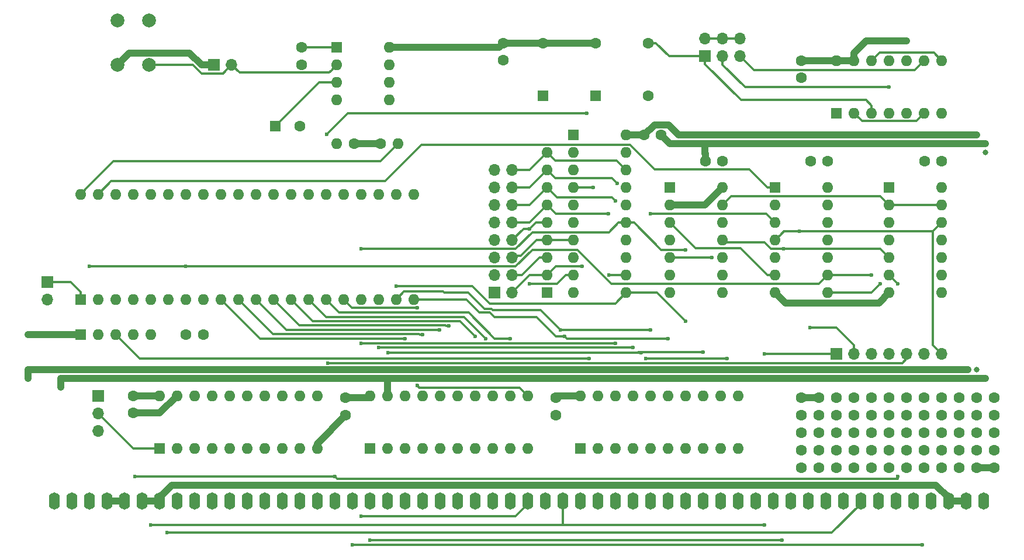
<source format=gtl>
G04 #@! TF.GenerationSoftware,KiCad,Pcbnew,(5.0.2)-1*
G04 #@! TF.CreationDate,2019-01-03T12:41:09+01:00*
G04 #@! TF.ProjectId,CPU6502,43505536-3530-4322-9e6b-696361645f70,rev?*
G04 #@! TF.SameCoordinates,Original*
G04 #@! TF.FileFunction,Copper,L1,Top*
G04 #@! TF.FilePolarity,Positive*
%FSLAX46Y46*%
G04 Gerber Fmt 4.6, Leading zero omitted, Abs format (unit mm)*
G04 Created by KiCad (PCBNEW (5.0.2)-1) date 03.01.2019 12:41:09*
%MOMM*%
%LPD*%
G01*
G04 APERTURE LIST*
G04 #@! TA.AperFunction,ComponentPad*
%ADD10C,1.600000*%
G04 #@! TD*
G04 #@! TA.AperFunction,ComponentPad*
%ADD11O,1.600000X2.500000*%
G04 #@! TD*
G04 #@! TA.AperFunction,ComponentPad*
%ADD12R,1.600000X1.600000*%
G04 #@! TD*
G04 #@! TA.AperFunction,ComponentPad*
%ADD13O,1.600000X1.600000*%
G04 #@! TD*
G04 #@! TA.AperFunction,ComponentPad*
%ADD14C,2.000000*%
G04 #@! TD*
G04 #@! TA.AperFunction,ComponentPad*
%ADD15R,1.700000X1.700000*%
G04 #@! TD*
G04 #@! TA.AperFunction,ComponentPad*
%ADD16O,1.700000X1.700000*%
G04 #@! TD*
G04 #@! TA.AperFunction,ViaPad*
%ADD17C,0.600000*%
G04 #@! TD*
G04 #@! TA.AperFunction,ViaPad*
%ADD18C,0.800000*%
G04 #@! TD*
G04 #@! TA.AperFunction,Conductor*
%ADD19C,0.300000*%
G04 #@! TD*
G04 #@! TA.AperFunction,Conductor*
%ADD20C,1.000000*%
G04 #@! TD*
G04 APERTURE END LIST*
D10*
G04 #@! TO.P,REF\002A\002A,1*
G04 #@! TO.N,GND*
X160337500Y-105727500D03*
G04 #@! TD*
G04 #@! TO.P,REF\002A\002A,1*
G04 #@! TO.N,N/C*
X160337500Y-98107500D03*
G04 #@! TD*
G04 #@! TO.P,REF\002A\002A,1*
G04 #@! TO.N,N/C*
X160337500Y-100647500D03*
G04 #@! TD*
G04 #@! TO.P,REF\002A\002A,1*
G04 #@! TO.N,N/C*
X160337500Y-103187500D03*
G04 #@! TD*
G04 #@! TO.P,REF\002A\002A,1*
G04 #@! TO.N,N/C*
X160337500Y-95567500D03*
G04 #@! TD*
G04 #@! TO.P,REF\002A\002A,1*
G04 #@! TO.N,N/C*
X157797500Y-100647500D03*
G04 #@! TD*
G04 #@! TO.P,REF\002A\002A,1*
G04 #@! TO.N,N/C*
X157797500Y-98107500D03*
G04 #@! TD*
G04 #@! TO.P,REF\002A\002A,1*
G04 #@! TO.N,N/C*
X157797500Y-95567500D03*
G04 #@! TD*
G04 #@! TO.P,REF\002A\002A,1*
G04 #@! TO.N,N/C*
X157797500Y-103187500D03*
G04 #@! TD*
G04 #@! TO.P,REF\002A\002A,1*
G04 #@! TO.N,GND*
X157797500Y-105727500D03*
G04 #@! TD*
G04 #@! TO.P,REF\002A\002A,1*
G04 #@! TO.N,N/C*
X155257500Y-100647500D03*
G04 #@! TD*
G04 #@! TO.P,REF\002A\002A,1*
G04 #@! TO.N,N/C*
X155257500Y-98107500D03*
G04 #@! TD*
G04 #@! TO.P,REF\002A\002A,1*
G04 #@! TO.N,N/C*
X155257500Y-95567500D03*
G04 #@! TD*
G04 #@! TO.P,REF\002A\002A,1*
G04 #@! TO.N,N/C*
X155257500Y-103187500D03*
G04 #@! TD*
G04 #@! TO.P,REF\002A\002A,1*
G04 #@! TO.N,N/C*
X155257500Y-105727500D03*
G04 #@! TD*
G04 #@! TO.P,REF\002A\002A,1*
G04 #@! TO.N,N/C*
X152717500Y-100647500D03*
G04 #@! TD*
G04 #@! TO.P,REF\002A\002A,1*
G04 #@! TO.N,N/C*
X152717500Y-98107500D03*
G04 #@! TD*
G04 #@! TO.P,REF\002A\002A,1*
G04 #@! TO.N,N/C*
X152717500Y-95567500D03*
G04 #@! TD*
G04 #@! TO.P,REF\002A\002A,1*
G04 #@! TO.N,N/C*
X152717500Y-103187500D03*
G04 #@! TD*
G04 #@! TO.P,REF\002A\002A,1*
G04 #@! TO.N,N/C*
X152717500Y-105727500D03*
G04 #@! TD*
G04 #@! TO.P,REF\002A\002A,1*
G04 #@! TO.N,N/C*
X150177500Y-100647500D03*
G04 #@! TD*
G04 #@! TO.P,REF\002A\002A,1*
G04 #@! TO.N,N/C*
X150177500Y-98107500D03*
G04 #@! TD*
G04 #@! TO.P,REF\002A\002A,1*
G04 #@! TO.N,N/C*
X150177500Y-95567500D03*
G04 #@! TD*
G04 #@! TO.P,REF\002A\002A,1*
G04 #@! TO.N,N/C*
X150177500Y-103187500D03*
G04 #@! TD*
G04 #@! TO.P,REF\002A\002A,1*
G04 #@! TO.N,N/C*
X150177500Y-105727500D03*
G04 #@! TD*
G04 #@! TO.P,REF\002A\002A,1*
G04 #@! TO.N,N/C*
X147637500Y-100647500D03*
G04 #@! TD*
G04 #@! TO.P,REF\002A\002A,1*
G04 #@! TO.N,N/C*
X147637500Y-98107500D03*
G04 #@! TD*
G04 #@! TO.P,REF\002A\002A,1*
G04 #@! TO.N,N/C*
X147637500Y-95567500D03*
G04 #@! TD*
G04 #@! TO.P,REF\002A\002A,1*
G04 #@! TO.N,N/C*
X147637500Y-103187500D03*
G04 #@! TD*
G04 #@! TO.P,REF\002A\002A,1*
G04 #@! TO.N,N/C*
X147637500Y-105727500D03*
G04 #@! TD*
G04 #@! TO.P,REF\002A\002A,1*
G04 #@! TO.N,N/C*
X145097500Y-100647500D03*
G04 #@! TD*
G04 #@! TO.P,REF\002A\002A,1*
G04 #@! TO.N,N/C*
X145097500Y-95567500D03*
G04 #@! TD*
G04 #@! TO.P,REF\002A\002A,1*
G04 #@! TO.N,N/C*
X145097500Y-103187500D03*
G04 #@! TD*
G04 #@! TO.P,REF\002A\002A,1*
G04 #@! TO.N,N/C*
X145097500Y-98107500D03*
G04 #@! TD*
G04 #@! TO.P,REF\002A\002A,1*
G04 #@! TO.N,N/C*
X145097500Y-105727500D03*
G04 #@! TD*
G04 #@! TO.P,REF\002A\002A,1*
G04 #@! TO.N,N/C*
X142557500Y-100647500D03*
G04 #@! TD*
G04 #@! TO.P,REF\002A\002A,1*
G04 #@! TO.N,N/C*
X142557500Y-95567500D03*
G04 #@! TD*
G04 #@! TO.P,REF\002A\002A,1*
G04 #@! TO.N,N/C*
X142557500Y-105727500D03*
G04 #@! TD*
G04 #@! TO.P,REF\002A\002A,1*
G04 #@! TO.N,N/C*
X142557500Y-103187500D03*
G04 #@! TD*
G04 #@! TO.P,REF\002A\002A,1*
G04 #@! TO.N,N/C*
X142557500Y-98107500D03*
G04 #@! TD*
G04 #@! TO.P,REF\002A\002A,1*
G04 #@! TO.N,N/C*
X140017500Y-95567500D03*
G04 #@! TD*
G04 #@! TO.P,REF\002A\002A,1*
G04 #@! TO.N,N/C*
X140017500Y-100647500D03*
G04 #@! TD*
G04 #@! TO.P,REF\002A\002A,1*
G04 #@! TO.N,N/C*
X140017500Y-105727500D03*
G04 #@! TD*
G04 #@! TO.P,REF\002A\002A,1*
G04 #@! TO.N,N/C*
X140017500Y-103187500D03*
G04 #@! TD*
G04 #@! TO.P,REF\002A\002A,1*
G04 #@! TO.N,N/C*
X140017500Y-98107500D03*
G04 #@! TD*
G04 #@! TO.P,REF\002A\002A,1*
G04 #@! TO.N,N/C*
X137477500Y-95567500D03*
G04 #@! TD*
G04 #@! TO.P,REF\002A\002A,1*
G04 #@! TO.N,N/C*
X137477500Y-100647500D03*
G04 #@! TD*
G04 #@! TO.P,REF\002A\002A,1*
G04 #@! TO.N,N/C*
X137477500Y-105727500D03*
G04 #@! TD*
G04 #@! TO.P,REF\002A\002A,1*
G04 #@! TO.N,N/C*
X137477500Y-98107500D03*
G04 #@! TD*
G04 #@! TO.P,REF\002A\002A,1*
G04 #@! TO.N,N/C*
X137477500Y-103187500D03*
G04 #@! TD*
G04 #@! TO.P,REF\002A\002A,1*
G04 #@! TO.N,VCC*
X134937500Y-95567500D03*
G04 #@! TD*
G04 #@! TO.P,REF\002A\002A,1*
G04 #@! TO.N,N/C*
X134937500Y-105727500D03*
G04 #@! TD*
G04 #@! TO.P,REF\002A\002A,1*
G04 #@! TO.N,N/C*
X134937500Y-98107500D03*
G04 #@! TD*
G04 #@! TO.P,REF\002A\002A,1*
G04 #@! TO.N,N/C*
X134937500Y-103187500D03*
G04 #@! TD*
G04 #@! TO.P,REF\002A\002A,1*
G04 #@! TO.N,N/C*
X134937500Y-100647500D03*
G04 #@! TD*
G04 #@! TO.P,REF\002A\002A,1*
G04 #@! TO.N,N/C*
X132397500Y-105727500D03*
G04 #@! TD*
G04 #@! TO.P,REF\002A\002A,1*
G04 #@! TO.N,N/C*
X132397500Y-103187500D03*
G04 #@! TD*
G04 #@! TO.P,REF\002A\002A,1*
G04 #@! TO.N,N/C*
X132397500Y-100647500D03*
G04 #@! TD*
G04 #@! TO.P,REF\002A\002A,1*
G04 #@! TO.N,N/C*
X132397500Y-98107500D03*
G04 #@! TD*
G04 #@! TO.P,REF\002A\002A,1*
G04 #@! TO.N,VCC*
X132397500Y-95567500D03*
G04 #@! TD*
D11*
G04 #@! TO.P,J2,54*
G04 #@! TO.N,N/C*
X158750000Y-110490000D03*
G04 #@! TO.P,J2,53*
G04 #@! TO.N,GND*
X156210000Y-110490000D03*
G04 #@! TO.P,J2,52*
X153670000Y-110490000D03*
G04 #@! TO.P,J2,51*
G04 #@! TO.N,N/C*
X151130000Y-110490000D03*
G04 #@! TO.P,J2,50*
X148590000Y-110490000D03*
G04 #@! TO.P,J2,49*
X146050000Y-110490000D03*
G04 #@! TO.P,J2,48*
X143510000Y-110490000D03*
G04 #@! TO.P,J2,47*
G04 #@! TO.N,/-NMI*
X140970000Y-110490000D03*
G04 #@! TO.P,J2,46*
G04 #@! TO.N,N/C*
X138430000Y-110490000D03*
G04 #@! TO.P,J2,45*
X135890000Y-110490000D03*
G04 #@! TO.P,J2,44*
X133350000Y-110490000D03*
G04 #@! TO.P,J2,43*
X130810000Y-110490000D03*
G04 #@! TO.P,J2,42*
X128270000Y-110490000D03*
G04 #@! TO.P,J2,41*
G04 #@! TO.N,/NKC_A15*
X125730000Y-110490000D03*
G04 #@! TO.P,J2,40*
G04 #@! TO.N,/NKC_A14*
X123190000Y-110490000D03*
G04 #@! TO.P,J2,39*
G04 #@! TO.N,/NKC_A13*
X120650000Y-110490000D03*
G04 #@! TO.P,J2,38*
G04 #@! TO.N,/NKC_A12*
X118110000Y-110490000D03*
G04 #@! TO.P,J2,37*
G04 #@! TO.N,/NKC_A11*
X115570000Y-110490000D03*
G04 #@! TO.P,J2,36*
G04 #@! TO.N,/NKC_A10*
X113030000Y-110490000D03*
G04 #@! TO.P,J2,35*
G04 #@! TO.N,/NKC_A9*
X110490000Y-110490000D03*
G04 #@! TO.P,J2,34*
G04 #@! TO.N,/NKC_A8*
X107950000Y-110490000D03*
G04 #@! TO.P,J2,33*
G04 #@! TO.N,N/C*
X105410000Y-110490000D03*
G04 #@! TO.P,J2,32*
G04 #@! TO.N,/-INT*
X102870000Y-110490000D03*
G04 #@! TO.P,J2,31*
G04 #@! TO.N,N/C*
X100330000Y-110490000D03*
G04 #@! TO.P,J2,30*
G04 #@! TO.N,/CLK*
X97790000Y-110490000D03*
G04 #@! TO.P,J2,29*
G04 #@! TO.N,N/C*
X95250000Y-110490000D03*
G04 #@! TO.P,J2,28*
G04 #@! TO.N,/-RESET*
X92710000Y-110490000D03*
G04 #@! TO.P,J2,27*
G04 #@! TO.N,/NKC_A7*
X90170000Y-110490000D03*
G04 #@! TO.P,J2,26*
G04 #@! TO.N,/NKC_A6*
X87630000Y-110490000D03*
G04 #@! TO.P,J2,25*
G04 #@! TO.N,/NKC_A5*
X85090000Y-110490000D03*
G04 #@! TO.P,J2,24*
G04 #@! TO.N,/NKC_A4*
X82550000Y-110490000D03*
G04 #@! TO.P,J2,23*
G04 #@! TO.N,/NKC_A3*
X80010000Y-110490000D03*
G04 #@! TO.P,J2,22*
G04 #@! TO.N,/NKC_A2*
X77470000Y-110490000D03*
G04 #@! TO.P,J2,21*
G04 #@! TO.N,/NKC_A1*
X74930000Y-110490000D03*
G04 #@! TO.P,J2,20*
G04 #@! TO.N,/NKC_A0*
X72390000Y-110490000D03*
G04 #@! TO.P,J2,19*
G04 #@! TO.N,/-MREQ*
X69850000Y-110490000D03*
G04 #@! TO.P,J2,18*
G04 #@! TO.N,/-IORQ*
X67310000Y-110490000D03*
G04 #@! TO.P,J2,17*
G04 #@! TO.N,/-WR*
X64770000Y-110490000D03*
G04 #@! TO.P,J2,16*
G04 #@! TO.N,/-RD*
X62230000Y-110490000D03*
G04 #@! TO.P,J2,15*
G04 #@! TO.N,/NKC_D7*
X59690000Y-110490000D03*
G04 #@! TO.P,J2,14*
G04 #@! TO.N,/NKC_D6*
X57150000Y-110490000D03*
G04 #@! TO.P,J2,13*
G04 #@! TO.N,/NKC_D5*
X54610000Y-110490000D03*
G04 #@! TO.P,J2,12*
G04 #@! TO.N,/NKC_D4*
X52070000Y-110490000D03*
G04 #@! TO.P,J2,11*
G04 #@! TO.N,/NKC_D3*
X49530000Y-110490000D03*
G04 #@! TO.P,J2,10*
G04 #@! TO.N,/NKC_D2*
X46990000Y-110490000D03*
G04 #@! TO.P,J2,9*
G04 #@! TO.N,/NKC_D1*
X44450000Y-110490000D03*
G04 #@! TO.P,J2,8*
G04 #@! TO.N,/NKC_D0*
X41910000Y-110490000D03*
G04 #@! TO.P,J2,7*
G04 #@! TO.N,GND*
X39370000Y-110490000D03*
G04 #@! TO.P,J2,6*
X36830000Y-110490000D03*
G04 #@! TO.P,J2,5*
G04 #@! TO.N,VCC*
X34290000Y-110490000D03*
G04 #@! TO.P,J2,4*
X31750000Y-110490000D03*
G04 #@! TO.P,J2,3*
G04 #@! TO.N,N/C*
X29210000Y-110490000D03*
G04 #@! TO.P,J2,2*
X26670000Y-110490000D03*
G04 #@! TO.P,J2,1*
X24130000Y-110490000D03*
G04 #@! TD*
D12*
G04 #@! TO.P,U8,1*
G04 #@! TO.N,VCC*
X69850000Y-102870000D03*
D13*
G04 #@! TO.P,U8,11*
G04 #@! TO.N,/A7*
X92710000Y-95250000D03*
G04 #@! TO.P,U8,2*
G04 #@! TO.N,/NKC_A0*
X72390000Y-102870000D03*
G04 #@! TO.P,U8,12*
G04 #@! TO.N,/A6*
X90170000Y-95250000D03*
G04 #@! TO.P,U8,3*
G04 #@! TO.N,/NKC_A1*
X74930000Y-102870000D03*
G04 #@! TO.P,U8,13*
G04 #@! TO.N,/A5*
X87630000Y-95250000D03*
G04 #@! TO.P,U8,4*
G04 #@! TO.N,/NKC_A2*
X77470000Y-102870000D03*
G04 #@! TO.P,U8,14*
G04 #@! TO.N,/A4*
X85090000Y-95250000D03*
G04 #@! TO.P,U8,5*
G04 #@! TO.N,/NKC_A3*
X80010000Y-102870000D03*
G04 #@! TO.P,U8,15*
G04 #@! TO.N,/A3*
X82550000Y-95250000D03*
G04 #@! TO.P,U8,6*
G04 #@! TO.N,/NKC_A4*
X82550000Y-102870000D03*
G04 #@! TO.P,U8,16*
G04 #@! TO.N,/A2*
X80010000Y-95250000D03*
G04 #@! TO.P,U8,7*
G04 #@! TO.N,/NKC_A5*
X85090000Y-102870000D03*
G04 #@! TO.P,U8,17*
G04 #@! TO.N,/A1*
X77470000Y-95250000D03*
G04 #@! TO.P,U8,8*
G04 #@! TO.N,/NKC_A6*
X87630000Y-102870000D03*
G04 #@! TO.P,U8,18*
G04 #@! TO.N,/A0*
X74930000Y-95250000D03*
G04 #@! TO.P,U8,9*
G04 #@! TO.N,/NKC_A7*
X90170000Y-102870000D03*
G04 #@! TO.P,U8,19*
G04 #@! TO.N,GND*
X72390000Y-95250000D03*
G04 #@! TO.P,U8,10*
X92710000Y-102870000D03*
G04 #@! TO.P,U8,20*
G04 #@! TO.N,VCC*
X69850000Y-95250000D03*
G04 #@! TD*
D12*
G04 #@! TO.P,U6,1*
G04 #@! TO.N,Net-(JP2-Pad2)*
X39370000Y-102870000D03*
D13*
G04 #@! TO.P,U6,11*
G04 #@! TO.N,/D7*
X62230000Y-95250000D03*
G04 #@! TO.P,U6,2*
G04 #@! TO.N,/NKC_D0*
X41910000Y-102870000D03*
G04 #@! TO.P,U6,12*
G04 #@! TO.N,/D6*
X59690000Y-95250000D03*
G04 #@! TO.P,U6,3*
G04 #@! TO.N,/NKC_D1*
X44450000Y-102870000D03*
G04 #@! TO.P,U6,13*
G04 #@! TO.N,/D5*
X57150000Y-95250000D03*
G04 #@! TO.P,U6,4*
G04 #@! TO.N,/NKC_D2*
X46990000Y-102870000D03*
G04 #@! TO.P,U6,14*
G04 #@! TO.N,/D4*
X54610000Y-95250000D03*
G04 #@! TO.P,U6,5*
G04 #@! TO.N,/NKC_D3*
X49530000Y-102870000D03*
G04 #@! TO.P,U6,15*
G04 #@! TO.N,/D3*
X52070000Y-95250000D03*
G04 #@! TO.P,U6,6*
G04 #@! TO.N,/NKC_D4*
X52070000Y-102870000D03*
G04 #@! TO.P,U6,16*
G04 #@! TO.N,/D2*
X49530000Y-95250000D03*
G04 #@! TO.P,U6,7*
G04 #@! TO.N,/NKC_D5*
X54610000Y-102870000D03*
G04 #@! TO.P,U6,17*
G04 #@! TO.N,/D1*
X46990000Y-95250000D03*
G04 #@! TO.P,U6,8*
G04 #@! TO.N,/NKC_D6*
X57150000Y-102870000D03*
G04 #@! TO.P,U6,18*
G04 #@! TO.N,/D0*
X44450000Y-95250000D03*
G04 #@! TO.P,U6,9*
G04 #@! TO.N,/NKC_D7*
X59690000Y-102870000D03*
G04 #@! TO.P,U6,19*
G04 #@! TO.N,GND*
X41910000Y-95250000D03*
G04 #@! TO.P,U6,10*
X62230000Y-102870000D03*
G04 #@! TO.P,U6,20*
G04 #@! TO.N,VCC*
X39370000Y-95250000D03*
G04 #@! TD*
G04 #@! TO.P,U9,20*
G04 #@! TO.N,VCC*
X100330000Y-95250000D03*
G04 #@! TO.P,U9,10*
G04 #@! TO.N,GND*
X123190000Y-102870000D03*
G04 #@! TO.P,U9,19*
X102870000Y-95250000D03*
G04 #@! TO.P,U9,9*
G04 #@! TO.N,/NKC_A15*
X120650000Y-102870000D03*
G04 #@! TO.P,U9,18*
G04 #@! TO.N,/A8*
X105410000Y-95250000D03*
G04 #@! TO.P,U9,8*
G04 #@! TO.N,/NKC_A14*
X118110000Y-102870000D03*
G04 #@! TO.P,U9,17*
G04 #@! TO.N,/A9*
X107950000Y-95250000D03*
G04 #@! TO.P,U9,7*
G04 #@! TO.N,/NKC_A13*
X115570000Y-102870000D03*
G04 #@! TO.P,U9,16*
G04 #@! TO.N,/A10*
X110490000Y-95250000D03*
G04 #@! TO.P,U9,6*
G04 #@! TO.N,/NKC_A12*
X113030000Y-102870000D03*
G04 #@! TO.P,U9,15*
G04 #@! TO.N,/A11*
X113030000Y-95250000D03*
G04 #@! TO.P,U9,5*
G04 #@! TO.N,/NKC_A11*
X110490000Y-102870000D03*
G04 #@! TO.P,U9,14*
G04 #@! TO.N,/A12*
X115570000Y-95250000D03*
G04 #@! TO.P,U9,4*
G04 #@! TO.N,/NKC_A10*
X107950000Y-102870000D03*
G04 #@! TO.P,U9,13*
G04 #@! TO.N,/A13*
X118110000Y-95250000D03*
G04 #@! TO.P,U9,3*
G04 #@! TO.N,/NKC_A9*
X105410000Y-102870000D03*
G04 #@! TO.P,U9,12*
G04 #@! TO.N,/A14*
X120650000Y-95250000D03*
G04 #@! TO.P,U9,2*
G04 #@! TO.N,/NKC_A8*
X102870000Y-102870000D03*
G04 #@! TO.P,U9,11*
G04 #@! TO.N,/A15*
X123190000Y-95250000D03*
D12*
G04 #@! TO.P,U9,1*
G04 #@! TO.N,VCC*
X100330000Y-102870000D03*
G04 #@! TD*
G04 #@! TO.P,RN1,1*
G04 #@! TO.N,VCC*
X27940000Y-86360000D03*
D13*
G04 #@! TO.P,RN1,2*
G04 #@! TO.N,/RDY*
X30480000Y-86360000D03*
G04 #@! TO.P,RN1,3*
G04 #@! TO.N,/-INT*
X33020000Y-86360000D03*
G04 #@! TO.P,RN1,4*
G04 #@! TO.N,/BE*
X35560000Y-86360000D03*
G04 #@! TO.P,RN1,5*
G04 #@! TO.N,/-NMI*
X38100000Y-86360000D03*
G04 #@! TD*
D10*
G04 #@! TO.P,C1,1*
G04 #@! TO.N,VCC*
X45720000Y-86360000D03*
G04 #@! TO.P,C1,2*
G04 #@! TO.N,GND*
X43220000Y-86360000D03*
G04 #@! TD*
G04 #@! TO.P,C2,2*
G04 #@! TO.N,GND*
X112077500Y-57467500D03*
G04 #@! TO.P,C2,1*
G04 #@! TO.N,VCC*
X109577500Y-57467500D03*
G04 #@! TD*
G04 #@! TO.P,C4,1*
G04 #@! TO.N,VCC*
X136207500Y-61277500D03*
G04 #@! TO.P,C4,2*
G04 #@! TO.N,GND*
X133707500Y-61277500D03*
G04 #@! TD*
G04 #@! TO.P,C5,2*
G04 #@! TO.N,GND*
X150217500Y-61277500D03*
G04 #@! TO.P,C5,1*
G04 #@! TO.N,VCC*
X152717500Y-61277500D03*
G04 #@! TD*
G04 #@! TO.P,C6,1*
G04 #@! TO.N,VCC*
X35560000Y-95250000D03*
G04 #@! TO.P,C6,2*
G04 #@! TO.N,GND*
X35560000Y-97750000D03*
G04 #@! TD*
G04 #@! TO.P,C8,1*
G04 #@! TO.N,VCC*
X66357500Y-95567500D03*
G04 #@! TO.P,C8,2*
G04 #@! TO.N,GND*
X66357500Y-98067500D03*
G04 #@! TD*
G04 #@! TO.P,C9,2*
G04 #@! TO.N,GND*
X96837500Y-98067500D03*
G04 #@! TO.P,C9,1*
G04 #@! TO.N,VCC*
X96837500Y-95567500D03*
G04 #@! TD*
G04 #@! TO.P,C10,1*
G04 #@! TO.N,VCC*
X132397500Y-46672500D03*
G04 #@! TO.P,C10,2*
G04 #@! TO.N,GND*
X132397500Y-49172500D03*
G04 #@! TD*
G04 #@! TO.P,C3,1*
G04 #@! TO.N,VCC*
X120967500Y-61277500D03*
G04 #@! TO.P,C3,2*
G04 #@! TO.N,GND*
X118467500Y-61277500D03*
G04 #@! TD*
G04 #@! TO.P,C11,1*
G04 #@! TO.N,VCC*
X89217500Y-44132500D03*
G04 #@! TO.P,C11,2*
G04 #@! TO.N,GND*
X89217500Y-46632500D03*
G04 #@! TD*
D12*
G04 #@! TO.P,U10,1*
G04 #@! TO.N,VCC*
X137477500Y-54292500D03*
D13*
G04 #@! TO.P,U10,8*
G04 #@! TO.N,Net-(U10-Pad12)*
X152717500Y-46672500D03*
G04 #@! TO.P,U10,2*
G04 #@! TO.N,Net-(U10-Pad2)*
X140017500Y-54292500D03*
G04 #@! TO.P,U10,9*
G04 #@! TO.N,Net-(JP3-Pad5)*
X150177500Y-46672500D03*
G04 #@! TO.P,U10,3*
G04 #@! TO.N,Net-(JP3-Pad1)*
X142557500Y-54292500D03*
G04 #@! TO.P,U10,10*
G04 #@! TO.N,VCC*
X147637500Y-46672500D03*
G04 #@! TO.P,U10,4*
X145097500Y-54292500D03*
G04 #@! TO.P,U10,11*
G04 #@! TO.N,Net-(JP3-Pad3)*
X145097500Y-46672500D03*
G04 #@! TO.P,U10,5*
X147637500Y-54292500D03*
G04 #@! TO.P,U10,12*
G04 #@! TO.N,Net-(U10-Pad12)*
X142557500Y-46672500D03*
G04 #@! TO.P,U10,6*
G04 #@! TO.N,Net-(U10-Pad2)*
X150177500Y-54292500D03*
G04 #@! TO.P,U10,13*
G04 #@! TO.N,VCC*
X140017500Y-46672500D03*
G04 #@! TO.P,U10,7*
G04 #@! TO.N,GND*
X152717500Y-54292500D03*
G04 #@! TO.P,U10,14*
G04 #@! TO.N,VCC*
X137477500Y-46672500D03*
G04 #@! TD*
D10*
G04 #@! TO.P,C12,1*
G04 #@! TO.N,Net-(C12-Pad1)*
X60007500Y-44767500D03*
G04 #@! TO.P,C12,2*
G04 #@! TO.N,GND*
X60007500Y-47267500D03*
G04 #@! TD*
D13*
G04 #@! TO.P,R1,2*
G04 #@! TO.N,Net-(J11-Pad2)*
X65087500Y-58737500D03*
D10*
G04 #@! TO.P,R1,1*
G04 #@! TO.N,VCC*
X67627500Y-58737500D03*
G04 #@! TD*
G04 #@! TO.P,R2,1*
G04 #@! TO.N,VCC*
X71437500Y-58737500D03*
D13*
G04 #@! TO.P,R2,2*
G04 #@! TO.N,/-RESET*
X73977500Y-58737500D03*
G04 #@! TD*
D14*
G04 #@! TO.P,SW1,2*
G04 #@! TO.N,Net-(J11-Pad2)*
X37837500Y-47307500D03*
G04 #@! TO.P,SW1,1*
G04 #@! TO.N,GND*
X33337500Y-47307500D03*
G04 #@! TO.P,SW1,2*
G04 #@! TO.N,Net-(J11-Pad2)*
X37837500Y-40807500D03*
G04 #@! TO.P,SW1,1*
G04 #@! TO.N,GND*
X33337500Y-40807500D03*
G04 #@! TD*
D12*
G04 #@! TO.P,U11,1*
G04 #@! TO.N,Net-(C12-Pad1)*
X65087500Y-44767500D03*
D13*
G04 #@! TO.P,U11,5*
G04 #@! TO.N,/-RESET*
X72707500Y-52387500D03*
G04 #@! TO.P,U11,2*
G04 #@! TO.N,Net-(J11-Pad2)*
X65087500Y-47307500D03*
G04 #@! TO.P,U11,6*
G04 #@! TO.N,N/C*
X72707500Y-49847500D03*
G04 #@! TO.P,U11,3*
G04 #@! TO.N,Net-(C13-Pad1)*
X65087500Y-49847500D03*
G04 #@! TO.P,U11,7*
G04 #@! TO.N,VCC*
X72707500Y-47307500D03*
G04 #@! TO.P,U11,4*
G04 #@! TO.N,GND*
X65087500Y-52387500D03*
G04 #@! TO.P,U11,8*
G04 #@! TO.N,VCC*
X72707500Y-44767500D03*
G04 #@! TD*
D15*
G04 #@! TO.P,JP2,1*
G04 #@! TO.N,/-WR*
X30480000Y-95250000D03*
D16*
G04 #@! TO.P,JP2,2*
G04 #@! TO.N,Net-(JP2-Pad2)*
X30480000Y-97790000D03*
G04 #@! TO.P,JP2,3*
G04 #@! TO.N,/R-W*
X30480000Y-100330000D03*
G04 #@! TD*
D15*
G04 #@! TO.P,J11,1*
G04 #@! TO.N,GND*
X47307500Y-47307500D03*
D16*
G04 #@! TO.P,J11,2*
G04 #@! TO.N,Net-(J11-Pad2)*
X49847500Y-47307500D03*
G04 #@! TD*
D15*
G04 #@! TO.P,JP1,1*
G04 #@! TO.N,Net-(JP1-Pad1)*
X23177500Y-78740000D03*
D16*
G04 #@! TO.P,JP1,2*
G04 #@! TO.N,GND*
X23177500Y-81280000D03*
G04 #@! TD*
D12*
G04 #@! TO.P,RN2,1*
G04 #@! TO.N,VCC*
X95567500Y-80327500D03*
D13*
G04 #@! TO.P,RN2,2*
G04 #@! TO.N,Net-(J12-Pad2)*
X95567500Y-77787500D03*
G04 #@! TO.P,RN2,3*
G04 #@! TO.N,Net-(J12-Pad4)*
X95567500Y-75247500D03*
G04 #@! TO.P,RN2,4*
G04 #@! TO.N,Net-(J12-Pad6)*
X95567500Y-72707500D03*
G04 #@! TO.P,RN2,5*
G04 #@! TO.N,Net-(J12-Pad8)*
X95567500Y-70167500D03*
G04 #@! TO.P,RN2,6*
G04 #@! TO.N,Net-(J12-Pad10)*
X95567500Y-67627500D03*
G04 #@! TO.P,RN2,7*
G04 #@! TO.N,Net-(J12-Pad12)*
X95567500Y-65087500D03*
G04 #@! TO.P,RN2,8*
G04 #@! TO.N,Net-(J12-Pad14)*
X95567500Y-62547500D03*
G04 #@! TO.P,RN2,9*
G04 #@! TO.N,Net-(J12-Pad16)*
X95567500Y-60007500D03*
G04 #@! TD*
D15*
G04 #@! TO.P,JP3,1*
G04 #@! TO.N,Net-(JP3-Pad1)*
X118427500Y-46037500D03*
D16*
G04 #@! TO.P,JP3,2*
G04 #@! TO.N,Net-(JP3-Pad2)*
X118427500Y-43497500D03*
G04 #@! TO.P,JP3,3*
G04 #@! TO.N,Net-(JP3-Pad3)*
X120967500Y-46037500D03*
G04 #@! TO.P,JP3,4*
G04 #@! TO.N,Net-(JP3-Pad2)*
X120967500Y-43497500D03*
G04 #@! TO.P,JP3,5*
G04 #@! TO.N,Net-(JP3-Pad5)*
X123507500Y-46037500D03*
G04 #@! TO.P,JP3,6*
G04 #@! TO.N,Net-(JP3-Pad2)*
X123507500Y-43497500D03*
G04 #@! TD*
D15*
G04 #@! TO.P,J12,1*
G04 #@! TO.N,GND*
X87947500Y-80327500D03*
D16*
G04 #@! TO.P,J12,2*
G04 #@! TO.N,Net-(J12-Pad2)*
X90487500Y-80327500D03*
G04 #@! TO.P,J12,3*
G04 #@! TO.N,GND*
X87947500Y-77787500D03*
G04 #@! TO.P,J12,4*
G04 #@! TO.N,Net-(J12-Pad4)*
X90487500Y-77787500D03*
G04 #@! TO.P,J12,5*
G04 #@! TO.N,GND*
X87947500Y-75247500D03*
G04 #@! TO.P,J12,6*
G04 #@! TO.N,Net-(J12-Pad6)*
X90487500Y-75247500D03*
G04 #@! TO.P,J12,7*
G04 #@! TO.N,GND*
X87947500Y-72707500D03*
G04 #@! TO.P,J12,8*
G04 #@! TO.N,Net-(J12-Pad8)*
X90487500Y-72707500D03*
G04 #@! TO.P,J12,9*
G04 #@! TO.N,GND*
X87947500Y-70167500D03*
G04 #@! TO.P,J12,10*
G04 #@! TO.N,Net-(J12-Pad10)*
X90487500Y-70167500D03*
G04 #@! TO.P,J12,11*
G04 #@! TO.N,GND*
X87947500Y-67627500D03*
G04 #@! TO.P,J12,12*
G04 #@! TO.N,Net-(J12-Pad12)*
X90487500Y-67627500D03*
G04 #@! TO.P,J12,13*
G04 #@! TO.N,GND*
X87947500Y-65087500D03*
G04 #@! TO.P,J12,14*
G04 #@! TO.N,Net-(J12-Pad14)*
X90487500Y-65087500D03*
G04 #@! TO.P,J12,15*
G04 #@! TO.N,GND*
X87947500Y-62547500D03*
G04 #@! TO.P,J12,16*
G04 #@! TO.N,Net-(J12-Pad16)*
X90487500Y-62547500D03*
G04 #@! TD*
D12*
G04 #@! TO.P,C13,1*
G04 #@! TO.N,Net-(C13-Pad1)*
X56197500Y-56197500D03*
D10*
G04 #@! TO.P,C13,2*
G04 #@! TO.N,GND*
X59697500Y-56197500D03*
G04 #@! TD*
D12*
G04 #@! TO.P,U1,1*
G04 #@! TO.N,Net-(JP1-Pad1)*
X27940000Y-81280000D03*
D13*
G04 #@! TO.P,U1,21*
G04 #@! TO.N,GND*
X76200000Y-66040000D03*
G04 #@! TO.P,U1,2*
G04 #@! TO.N,/RDY*
X30480000Y-81280000D03*
G04 #@! TO.P,U1,22*
G04 #@! TO.N,/A12*
X73660000Y-66040000D03*
G04 #@! TO.P,U1,3*
G04 #@! TO.N,N/C*
X33020000Y-81280000D03*
G04 #@! TO.P,U1,23*
G04 #@! TO.N,/A13*
X71120000Y-66040000D03*
G04 #@! TO.P,U1,4*
G04 #@! TO.N,/-INT*
X35560000Y-81280000D03*
G04 #@! TO.P,U1,24*
G04 #@! TO.N,/A14*
X68580000Y-66040000D03*
G04 #@! TO.P,U1,5*
G04 #@! TO.N,N/C*
X38100000Y-81280000D03*
G04 #@! TO.P,U1,25*
G04 #@! TO.N,/A15*
X66040000Y-66040000D03*
G04 #@! TO.P,U1,6*
G04 #@! TO.N,/-NMI*
X40640000Y-81280000D03*
G04 #@! TO.P,U1,26*
G04 #@! TO.N,/D7*
X63500000Y-66040000D03*
G04 #@! TO.P,U1,7*
G04 #@! TO.N,N/C*
X43180000Y-81280000D03*
G04 #@! TO.P,U1,27*
G04 #@! TO.N,/D6*
X60960000Y-66040000D03*
G04 #@! TO.P,U1,8*
G04 #@! TO.N,VCC*
X45720000Y-81280000D03*
G04 #@! TO.P,U1,28*
G04 #@! TO.N,/D5*
X58420000Y-66040000D03*
G04 #@! TO.P,U1,9*
G04 #@! TO.N,/A0*
X48260000Y-81280000D03*
G04 #@! TO.P,U1,29*
G04 #@! TO.N,/D4*
X55880000Y-66040000D03*
G04 #@! TO.P,U1,10*
G04 #@! TO.N,/A1*
X50800000Y-81280000D03*
G04 #@! TO.P,U1,30*
G04 #@! TO.N,/D3*
X53340000Y-66040000D03*
G04 #@! TO.P,U1,11*
G04 #@! TO.N,/A2*
X53340000Y-81280000D03*
G04 #@! TO.P,U1,31*
G04 #@! TO.N,/D2*
X50800000Y-66040000D03*
G04 #@! TO.P,U1,12*
G04 #@! TO.N,/A3*
X55880000Y-81280000D03*
G04 #@! TO.P,U1,32*
G04 #@! TO.N,/D1*
X48260000Y-66040000D03*
G04 #@! TO.P,U1,13*
G04 #@! TO.N,/A4*
X58420000Y-81280000D03*
G04 #@! TO.P,U1,33*
G04 #@! TO.N,/D0*
X45720000Y-66040000D03*
G04 #@! TO.P,U1,14*
G04 #@! TO.N,/A5*
X60960000Y-81280000D03*
G04 #@! TO.P,U1,34*
G04 #@! TO.N,/R-W*
X43180000Y-66040000D03*
G04 #@! TO.P,U1,15*
G04 #@! TO.N,/A6*
X63500000Y-81280000D03*
G04 #@! TO.P,U1,35*
G04 #@! TO.N,N/C*
X40640000Y-66040000D03*
G04 #@! TO.P,U1,16*
G04 #@! TO.N,/A7*
X66040000Y-81280000D03*
G04 #@! TO.P,U1,36*
G04 #@! TO.N,/BE*
X38100000Y-66040000D03*
G04 #@! TO.P,U1,17*
G04 #@! TO.N,/A8*
X68580000Y-81280000D03*
G04 #@! TO.P,U1,37*
G04 #@! TO.N,/CLK*
X35560000Y-66040000D03*
G04 #@! TO.P,U1,18*
G04 #@! TO.N,/A9*
X71120000Y-81280000D03*
G04 #@! TO.P,U1,38*
G04 #@! TO.N,N/C*
X33020000Y-66040000D03*
G04 #@! TO.P,U1,19*
G04 #@! TO.N,/A10*
X73660000Y-81280000D03*
G04 #@! TO.P,U1,39*
G04 #@! TO.N,/PHI2*
X30480000Y-66040000D03*
G04 #@! TO.P,U1,20*
G04 #@! TO.N,/A11*
X76200000Y-81280000D03*
G04 #@! TO.P,U1,40*
G04 #@! TO.N,/-RESET*
X27940000Y-66040000D03*
G04 #@! TD*
D12*
G04 #@! TO.P,U2,1*
G04 #@! TO.N,GND*
X99377500Y-57467500D03*
D13*
G04 #@! TO.P,U2,11*
G04 #@! TO.N,/A12*
X106997500Y-80327500D03*
G04 #@! TO.P,U2,2*
G04 #@! TO.N,/A8*
X99377500Y-60007500D03*
G04 #@! TO.P,U2,12*
G04 #@! TO.N,Net-(J12-Pad10)*
X106997500Y-77787500D03*
G04 #@! TO.P,U2,3*
G04 #@! TO.N,Net-(J12-Pad2)*
X99377500Y-62547500D03*
G04 #@! TO.P,U2,13*
G04 #@! TO.N,/A13*
X106997500Y-75247500D03*
G04 #@! TO.P,U2,4*
G04 #@! TO.N,/A9*
X99377500Y-65087500D03*
G04 #@! TO.P,U2,14*
G04 #@! TO.N,Net-(J12-Pad12)*
X106997500Y-72707500D03*
G04 #@! TO.P,U2,5*
G04 #@! TO.N,Net-(J12-Pad4)*
X99377500Y-67627500D03*
G04 #@! TO.P,U2,15*
G04 #@! TO.N,/A14*
X106997500Y-70167500D03*
G04 #@! TO.P,U2,6*
G04 #@! TO.N,/A10*
X99377500Y-70167500D03*
G04 #@! TO.P,U2,16*
G04 #@! TO.N,Net-(J12-Pad14)*
X106997500Y-67627500D03*
G04 #@! TO.P,U2,7*
G04 #@! TO.N,Net-(J12-Pad6)*
X99377500Y-72707500D03*
G04 #@! TO.P,U2,17*
G04 #@! TO.N,/A15*
X106997500Y-65087500D03*
G04 #@! TO.P,U2,8*
G04 #@! TO.N,/A11*
X99377500Y-75247500D03*
G04 #@! TO.P,U2,18*
G04 #@! TO.N,Net-(J12-Pad16)*
X106997500Y-62547500D03*
G04 #@! TO.P,U2,9*
G04 #@! TO.N,Net-(J12-Pad8)*
X99377500Y-77787500D03*
G04 #@! TO.P,U2,19*
G04 #@! TO.N,Net-(U2-Pad19)*
X106997500Y-60007500D03*
G04 #@! TO.P,U2,10*
G04 #@! TO.N,GND*
X99377500Y-80327500D03*
G04 #@! TO.P,U2,20*
G04 #@! TO.N,VCC*
X106997500Y-57467500D03*
G04 #@! TD*
D12*
G04 #@! TO.P,U3,1*
G04 #@! TO.N,Net-(U3-Pad1)*
X113347500Y-65087500D03*
D13*
G04 #@! TO.P,U3,8*
X120967500Y-80327500D03*
G04 #@! TO.P,U3,2*
G04 #@! TO.N,VCC*
X113347500Y-67627500D03*
G04 #@! TO.P,U3,9*
G04 #@! TO.N,N/C*
X120967500Y-77787500D03*
G04 #@! TO.P,U3,3*
G04 #@! TO.N,/CLK*
X113347500Y-70167500D03*
G04 #@! TO.P,U3,10*
G04 #@! TO.N,VCC*
X120967500Y-75247500D03*
G04 #@! TO.P,U3,4*
X113347500Y-72707500D03*
G04 #@! TO.P,U3,11*
G04 #@! TO.N,/-PHI2*
X120967500Y-72707500D03*
G04 #@! TO.P,U3,5*
G04 #@! TO.N,Net-(U3-Pad13)*
X113347500Y-75247500D03*
G04 #@! TO.P,U3,12*
G04 #@! TO.N,VCC*
X120967500Y-70167500D03*
G04 #@! TO.P,U3,6*
G04 #@! TO.N,N/C*
X113347500Y-77787500D03*
G04 #@! TO.P,U3,13*
G04 #@! TO.N,Net-(U3-Pad13)*
X120967500Y-67627500D03*
G04 #@! TO.P,U3,7*
G04 #@! TO.N,GND*
X113347500Y-80327500D03*
G04 #@! TO.P,U3,14*
G04 #@! TO.N,VCC*
X120967500Y-65087500D03*
G04 #@! TD*
G04 #@! TO.P,U4,14*
G04 #@! TO.N,VCC*
X136207500Y-65087500D03*
G04 #@! TO.P,U4,7*
G04 #@! TO.N,GND*
X128587500Y-80327500D03*
G04 #@! TO.P,U4,13*
G04 #@! TO.N,VCC*
X136207500Y-67627500D03*
G04 #@! TO.P,U4,6*
G04 #@! TO.N,/CLK*
X128587500Y-77787500D03*
G04 #@! TO.P,U4,12*
G04 #@! TO.N,N/C*
X136207500Y-70167500D03*
G04 #@! TO.P,U4,5*
G04 #@! TO.N,Net-(JP3-Pad2)*
X128587500Y-75247500D03*
G04 #@! TO.P,U4,11*
G04 #@! TO.N,VCC*
X136207500Y-72707500D03*
G04 #@! TO.P,U4,4*
G04 #@! TO.N,/-MREQ*
X128587500Y-72707500D03*
G04 #@! TO.P,U4,10*
G04 #@! TO.N,N/C*
X136207500Y-75247500D03*
G04 #@! TO.P,U4,3*
G04 #@! TO.N,Net-(U2-Pad19)*
X128587500Y-70167500D03*
G04 #@! TO.P,U4,9*
G04 #@! TO.N,/R-W*
X136207500Y-77787500D03*
G04 #@! TO.P,U4,2*
G04 #@! TO.N,/-PHI2*
X128587500Y-67627500D03*
G04 #@! TO.P,U4,8*
G04 #@! TO.N,Net-(U4-Pad8)*
X136207500Y-80327500D03*
D12*
G04 #@! TO.P,U4,1*
G04 #@! TO.N,/PHI2*
X128587500Y-65087500D03*
G04 #@! TD*
G04 #@! TO.P,U5,1*
G04 #@! TO.N,/R-W*
X145097500Y-65087500D03*
D13*
G04 #@! TO.P,U5,8*
G04 #@! TO.N,N/C*
X152717500Y-80327500D03*
G04 #@! TO.P,U5,2*
G04 #@! TO.N,Net-(U3-Pad13)*
X145097500Y-67627500D03*
G04 #@! TO.P,U5,9*
G04 #@! TO.N,VCC*
X152717500Y-77787500D03*
G04 #@! TO.P,U5,3*
G04 #@! TO.N,/-RD*
X145097500Y-70167500D03*
G04 #@! TO.P,U5,10*
G04 #@! TO.N,VCC*
X152717500Y-75247500D03*
G04 #@! TO.P,U5,4*
G04 #@! TO.N,Net-(U4-Pad8)*
X145097500Y-72707500D03*
G04 #@! TO.P,U5,11*
G04 #@! TO.N,/-IORQ*
X152717500Y-72707500D03*
G04 #@! TO.P,U5,5*
G04 #@! TO.N,/-PHI2*
X145097500Y-75247500D03*
G04 #@! TO.P,U5,12*
G04 #@! TO.N,/-MREQ*
X152717500Y-70167500D03*
G04 #@! TO.P,U5,6*
G04 #@! TO.N,/-WR*
X145097500Y-77787500D03*
G04 #@! TO.P,U5,13*
G04 #@! TO.N,Net-(U3-Pad13)*
X152717500Y-67627500D03*
G04 #@! TO.P,U5,7*
G04 #@! TO.N,GND*
X145097500Y-80327500D03*
G04 #@! TO.P,U5,14*
G04 #@! TO.N,VCC*
X152717500Y-65087500D03*
G04 #@! TD*
D12*
G04 #@! TO.P,X1,1*
G04 #@! TO.N,N/C*
X94932500Y-51752500D03*
D10*
G04 #@! TO.P,X1,14*
G04 #@! TO.N,VCC*
X94932500Y-44132500D03*
G04 #@! TO.P,X1,8*
G04 #@! TO.N,Net-(JP3-Pad1)*
X110172500Y-44132500D03*
G04 #@! TO.P,X1,7*
G04 #@! TO.N,GND*
X110172500Y-51752500D03*
G04 #@! TD*
D12*
G04 #@! TO.P,X2,1*
G04 #@! TO.N,N/C*
X102552500Y-51752500D03*
D10*
G04 #@! TO.P,X2,8*
G04 #@! TO.N,VCC*
X102552500Y-44132500D03*
G04 #@! TO.P,X2,5*
G04 #@! TO.N,Net-(JP3-Pad1)*
X110172500Y-44132500D03*
G04 #@! TO.P,X2,4*
G04 #@! TO.N,GND*
X110172500Y-51752500D03*
G04 #@! TD*
D15*
G04 #@! TO.P,J13,1*
G04 #@! TO.N,/CLK*
X137477500Y-89217500D03*
D16*
G04 #@! TO.P,J13,2*
G04 #@! TO.N,/PHI2*
X140017500Y-89217500D03*
G04 #@! TO.P,J13,3*
G04 #@! TO.N,/R-W*
X142557500Y-89217500D03*
G04 #@! TO.P,J13,4*
G04 #@! TO.N,/-WR*
X145097500Y-89217500D03*
G04 #@! TO.P,J13,5*
G04 #@! TO.N,/-RD*
X147637500Y-89217500D03*
G04 #@! TO.P,J13,6*
G04 #@! TO.N,/-IORQ*
X150177500Y-89217500D03*
G04 #@! TO.P,J13,7*
G04 #@! TO.N,/-MREQ*
X152717500Y-89217500D03*
G04 #@! TD*
D17*
G04 #@! TO.N,Net-(U2-Pad19)*
X110505010Y-68897500D03*
G04 #@! TO.N,Net-(U3-Pad13)*
X119380000Y-75247502D03*
G04 #@! TO.N,Net-(U4-Pad8)*
X143827500Y-79057500D03*
D18*
G04 #@! TO.N,VCC*
X20320000Y-91440000D03*
X45720000Y-91440000D03*
X39370000Y-91440000D03*
D17*
X20320000Y-86360000D03*
D18*
X100330000Y-91440000D03*
X122872500Y-91440000D03*
X157797500Y-91440000D03*
X156527500Y-91440000D03*
X157797500Y-57467500D03*
X136207500Y-57467500D03*
D17*
X145097500Y-57467500D03*
D18*
X66357500Y-91487501D03*
X147637500Y-43815000D03*
X20320000Y-92710000D03*
X157797500Y-57467502D03*
D17*
X156527500Y-57467500D03*
D18*
X132397500Y-91440000D03*
G04 #@! TO.N,GND*
X92710000Y-108240000D03*
X62230000Y-108240000D03*
X25082500Y-92710000D03*
X43180000Y-92710000D03*
X102870000Y-92710000D03*
X78740000Y-92710000D03*
X128587500Y-92710000D03*
X157797500Y-92710000D03*
X159067500Y-92710000D03*
X159067500Y-58737500D03*
X159067500Y-60007500D03*
X151447500Y-58737500D03*
X133667500Y-58737500D03*
X88265026Y-92710000D03*
X100330000Y-108240000D03*
X25082500Y-93980000D03*
X126047500Y-108240000D03*
X114617504Y-92710000D03*
D17*
G04 #@! TO.N,/A11*
X98107500Y-86677500D03*
X113030000Y-86995000D03*
G04 #@! TO.N,/A10*
X97457490Y-85725000D03*
X110505010Y-85725000D03*
G04 #@! TO.N,/A9*
X71120000Y-88280000D03*
X102250010Y-65087500D03*
X107950000Y-88265000D03*
G04 #@! TO.N,/A8*
X68580000Y-87629990D03*
X105410000Y-87630000D03*
G04 #@! TO.N,/A7*
X76728234Y-82519988D03*
X76728234Y-93769266D03*
G04 #@! TO.N,/A6*
X90170000Y-86979980D03*
G04 #@! TO.N,/A5*
X86677500Y-86995000D03*
G04 #@! TO.N,/A4*
X85090000Y-86677502D03*
G04 #@! TO.N,/A3*
X81280000Y-85120012D03*
G04 #@! TO.N,/A2*
X79979989Y-85710001D03*
G04 #@! TO.N,/A1*
X77470000Y-86360000D03*
G04 #@! TO.N,/A0*
X74930000Y-86995000D03*
G04 #@! TO.N,/A14*
X68580000Y-73977500D03*
X115570000Y-74097499D03*
G04 #@! TO.N,/A13*
X72509999Y-89019997D03*
X118110000Y-88900000D03*
X109204990Y-89020699D03*
G04 #@! TO.N,/A12*
X73660000Y-79375000D03*
X115617510Y-84455000D03*
G04 #@! TO.N,/PHI2*
X133667500Y-85407500D03*
G04 #@! TO.N,/-INT*
X101600000Y-89837490D03*
G04 #@! TO.N,/-NMI*
X40520001Y-115132501D03*
G04 #@! TO.N,/-WR*
X146367496Y-79057500D03*
X35877500Y-106997500D03*
X146367500Y-106997500D03*
X64770000Y-106997500D03*
G04 #@! TO.N,/-IORQ*
X149860000Y-116840000D03*
X67310000Y-116840000D03*
G04 #@! TO.N,/-RD*
X63817500Y-90502510D03*
G04 #@! TO.N,/CLK*
X38100000Y-113982500D03*
X127000000Y-113982500D03*
X127000000Y-89217500D03*
G04 #@! TO.N,/A15*
X63619999Y-57347501D03*
X101282500Y-54292500D03*
X121602500Y-89837490D03*
X109855000Y-89837490D03*
G04 #@! TO.N,/-PHI2*
X129857500Y-73977500D03*
G04 #@! TO.N,/-MREQ*
X132080000Y-71437500D03*
X129540000Y-116189990D03*
X69850000Y-116189990D03*
G04 #@! TO.N,/-RESET*
X68580000Y-112712500D03*
G04 #@! TO.N,/R-W*
X43180000Y-76517500D03*
X29279999Y-76517500D03*
X142557500Y-77787500D03*
G04 #@! TO.N,Net-(J12-Pad10)*
X104457500Y-68897500D03*
X104498128Y-77746872D03*
G04 #@! TO.N,Net-(J12-Pad12)*
X105410000Y-66992500D03*
G04 #@! TO.N,Net-(J12-Pad14)*
X105727500Y-64452502D03*
G04 #@! TO.N,Net-(J12-Pad2)*
X100647500Y-76517500D03*
G04 #@! TO.N,Net-(J12-Pad8)*
X93027500Y-79057500D03*
X92983457Y-71070083D03*
G04 #@! TO.N,Net-(JP3-Pad3)*
X145097500Y-50482500D03*
G04 #@! TD*
D19*
G04 #@! TO.N,Net-(U2-Pad19)*
X128587500Y-70167500D02*
X127317500Y-68897500D01*
X127317500Y-68897500D02*
X110505010Y-68897500D01*
G04 #@! TO.N,Net-(U3-Pad13)*
X144297501Y-66827501D02*
X145097500Y-67627500D01*
X143827500Y-66357500D02*
X144297501Y-66827501D01*
X122237500Y-66357500D02*
X143827500Y-66357500D01*
X120967500Y-67627500D02*
X122237500Y-66357500D01*
X145097500Y-67627500D02*
X152717500Y-67627500D01*
X113347500Y-75247500D02*
X119379998Y-75247500D01*
X119379998Y-75247500D02*
X119380000Y-75247502D01*
G04 #@! TO.N,Net-(U4-Pad8)*
X136207500Y-80327500D02*
X142557500Y-80327500D01*
X142557500Y-80327500D02*
X143827500Y-79057500D01*
D20*
G04 #@! TO.N,VCC*
X31750000Y-110490000D02*
X34290000Y-110490000D01*
X35560000Y-95250000D02*
X39370000Y-95250000D01*
X20320000Y-91440000D02*
X45720000Y-91440000D01*
X27940000Y-86360000D02*
X20320000Y-86360000D01*
X100330000Y-91440000D02*
X132397500Y-91440000D01*
X109577500Y-57467500D02*
X106997500Y-57467500D01*
X157797500Y-57467500D02*
X156527500Y-57467500D01*
X136207500Y-57467500D02*
X114617500Y-57467500D01*
X67627500Y-58737500D02*
X71437500Y-58737500D01*
X88582500Y-44767500D02*
X89217500Y-44132500D01*
X72707500Y-44767500D02*
X88582500Y-44767500D01*
X132397500Y-46672500D02*
X137477500Y-46672500D01*
X137477500Y-46672500D02*
X140017500Y-46672500D01*
X145097500Y-57467500D02*
X136207500Y-57467500D01*
X45720000Y-91440000D02*
X63274988Y-91440000D01*
X63274988Y-91440000D02*
X63337499Y-91502511D01*
X64297501Y-91502511D02*
X64312511Y-91487501D01*
X64312511Y-91487501D02*
X66357500Y-91487501D01*
X76362501Y-91487501D02*
X76410002Y-91440000D01*
X76410002Y-91440000D02*
X100330000Y-91440000D01*
X63337499Y-91502511D02*
X64297501Y-91502511D01*
X69532500Y-95567500D02*
X69850000Y-95250000D01*
X66357500Y-95567500D02*
X69532500Y-95567500D01*
X66357500Y-91487501D02*
X76362501Y-91487501D01*
X113117499Y-55967499D02*
X114617500Y-57467500D01*
X111077501Y-55967499D02*
X113117499Y-55967499D01*
X109577500Y-57467500D02*
X111077501Y-55967499D01*
X140017500Y-45541130D02*
X140017500Y-46672500D01*
X141743630Y-43815000D02*
X140017500Y-45541130D01*
X147637500Y-43815000D02*
X141743630Y-43815000D01*
X118427500Y-67627500D02*
X113347500Y-67627500D01*
X120967500Y-65087500D02*
X118427500Y-67627500D01*
X156527500Y-57467500D02*
X145097500Y-57467500D01*
X20320000Y-91440000D02*
X20320000Y-92710000D01*
X94932500Y-44132500D02*
X102552500Y-44132500D01*
X94932500Y-44132500D02*
X89217500Y-44132500D01*
X132397500Y-95567500D02*
X134937500Y-95567500D01*
X132397500Y-91440000D02*
X156527500Y-91440000D01*
X97155000Y-95250000D02*
X96837500Y-95567500D01*
X100330000Y-95250000D02*
X97155000Y-95250000D01*
G04 #@! TO.N,GND*
X36830000Y-110490000D02*
X39370000Y-110490000D01*
X153670000Y-110490000D02*
X156210000Y-110490000D01*
X153670000Y-110040000D02*
X153670000Y-110490000D01*
X151870000Y-108240000D02*
X153670000Y-110040000D01*
X39370000Y-110040000D02*
X41170000Y-108240000D01*
X39370000Y-110490000D02*
X39370000Y-110040000D01*
X92710000Y-108240000D02*
X100330000Y-108240000D01*
X41170000Y-108240000D02*
X62230000Y-108240000D01*
X39410000Y-97750000D02*
X41910000Y-95250000D01*
X35560000Y-97750000D02*
X39410000Y-97750000D01*
X25082500Y-92710000D02*
X43180000Y-92710000D01*
X43180000Y-92710000D02*
X72390000Y-92710000D01*
X128587500Y-92710000D02*
X145097500Y-92710000D01*
X130810000Y-108240000D02*
X151870000Y-108240000D01*
X72390000Y-92710000D02*
X78740000Y-92710000D01*
X157797500Y-92710000D02*
X158750000Y-92710000D01*
X145097500Y-92710000D02*
X159067500Y-92710000D01*
X113347500Y-58737500D02*
X112077500Y-57467500D01*
X159067500Y-58737500D02*
X151447500Y-58737500D01*
X151447500Y-58737500D02*
X133667500Y-58737500D01*
X35037501Y-45607499D02*
X33337500Y-47307500D01*
X43757499Y-45607499D02*
X35037501Y-45607499D01*
X45457500Y-47307500D02*
X43757499Y-45607499D01*
X47307500Y-47307500D02*
X45457500Y-47307500D01*
X78740000Y-92710000D02*
X88265026Y-92710000D01*
X102870000Y-92710000D02*
X88265026Y-92710000D01*
X62230000Y-108240000D02*
X92710000Y-108240000D01*
X118427500Y-60106130D02*
X118427500Y-58737500D01*
X118467500Y-60146130D02*
X118427500Y-60106130D01*
X118467500Y-61277500D02*
X118467500Y-60146130D01*
X133667500Y-58737500D02*
X118427500Y-58737500D01*
X118427500Y-58737500D02*
X113347500Y-58737500D01*
X72390000Y-95250000D02*
X72390000Y-92710000D01*
X62230000Y-102195000D02*
X66357500Y-98067500D01*
X62230000Y-102870000D02*
X62230000Y-102195000D01*
X100330000Y-108240000D02*
X126047500Y-108240000D01*
X130810000Y-108240000D02*
X126047500Y-108240000D01*
X128587500Y-92710000D02*
X114617504Y-92710000D01*
X102870000Y-92710000D02*
X114617504Y-92710000D01*
X25082500Y-92710000D02*
X25082500Y-93980000D01*
X129387499Y-81127499D02*
X128587500Y-80327500D01*
X130087501Y-81827501D02*
X129387499Y-81127499D01*
X143597499Y-81827501D02*
X130087501Y-81827501D01*
X145097500Y-80327500D02*
X143597499Y-81827501D01*
X157797500Y-105727500D02*
X160337500Y-105727500D01*
D19*
G04 #@! TO.N,/A11*
X96837500Y-86677500D02*
X98107500Y-86677500D01*
X83820000Y-81280000D02*
X85709999Y-83169999D01*
X76200000Y-81280000D02*
X83820000Y-81280000D01*
X85709999Y-83169999D02*
X87259491Y-83169999D01*
X87259491Y-83169999D02*
X87909492Y-83820000D01*
X87909492Y-83820000D02*
X93980000Y-83820000D01*
X93980000Y-83820000D02*
X96837500Y-86677500D01*
X98107500Y-86677500D02*
X98407499Y-86977499D01*
X113012499Y-86977499D02*
X113030000Y-86995000D01*
X98407499Y-86977499D02*
X113012499Y-86977499D01*
G04 #@! TO.N,/A10*
X94599990Y-82867500D02*
X97457490Y-85725000D01*
X87664112Y-82867500D02*
X94599990Y-82867500D01*
X87466601Y-82669989D02*
X87664112Y-82867500D01*
X74810001Y-80129999D02*
X80447499Y-80129999D01*
X73660000Y-81280000D02*
X74810001Y-80129999D01*
X80645000Y-80327500D02*
X84137500Y-80327500D01*
X84137500Y-80327500D02*
X86479989Y-82669989D01*
X80447499Y-80129999D02*
X80645000Y-80327500D01*
X86479989Y-82669989D02*
X87466601Y-82669989D01*
X97457490Y-85725000D02*
X110505010Y-85725000D01*
G04 #@! TO.N,/A9*
X99377500Y-65087500D02*
X102250010Y-65087500D01*
X107935000Y-88280000D02*
X107950000Y-88265000D01*
X71120000Y-88280000D02*
X107935000Y-88280000D01*
G04 #@! TO.N,/A8*
X86350486Y-87629990D02*
X86365498Y-87645002D01*
X68580000Y-87629990D02*
X73650486Y-87629990D01*
X73665498Y-87645002D02*
X75242002Y-87645002D01*
X75242002Y-87645002D02*
X75257014Y-87629990D01*
X73650486Y-87629990D02*
X73665498Y-87645002D01*
X104985736Y-87630000D02*
X105410000Y-87630000D01*
X75257014Y-87629990D02*
X86350486Y-87629990D01*
X86365498Y-87645002D02*
X104970734Y-87645002D01*
X104970734Y-87645002D02*
X104985736Y-87630000D01*
G04 #@! TO.N,/A7*
X66040000Y-81280000D02*
X67279988Y-82519988D01*
X67279988Y-82519988D02*
X76728234Y-82519988D01*
X91910001Y-94450001D02*
X92710000Y-95250000D01*
X91529265Y-94069265D02*
X91910001Y-94450001D01*
X77028233Y-94069265D02*
X91529265Y-94069265D01*
X76728234Y-93769266D02*
X77028233Y-94069265D01*
G04 #@! TO.N,/A6*
X84152510Y-83200010D02*
X87932480Y-86979980D01*
X63500000Y-81280000D02*
X65420010Y-83200010D01*
X65420010Y-83200010D02*
X84152510Y-83200010D01*
X87932480Y-86979980D02*
X90170000Y-86979980D01*
G04 #@! TO.N,/A5*
X60960000Y-81280000D02*
X63530011Y-83850011D01*
X83532511Y-83850011D02*
X86677500Y-86995000D01*
X63530011Y-83850011D02*
X83532511Y-83850011D01*
G04 #@! TO.N,/A4*
X82882500Y-84470002D02*
X85090000Y-86677502D01*
X61610002Y-84470002D02*
X82882500Y-84470002D01*
X58420000Y-81280000D02*
X61610002Y-84470002D01*
G04 #@! TO.N,/A3*
X80795715Y-85059991D02*
X80855736Y-85120012D01*
X55880000Y-81280000D02*
X59659991Y-85059991D01*
X59659991Y-85059991D02*
X80795715Y-85059991D01*
X80855736Y-85120012D02*
X81280000Y-85120012D01*
G04 #@! TO.N,/A2*
X57754989Y-85694989D02*
X57769992Y-85694989D01*
X57754985Y-85694985D02*
X57769992Y-85694985D01*
X57784969Y-85694981D02*
X57784973Y-85694985D01*
X57784973Y-85694985D02*
X57769992Y-85694985D01*
X53340000Y-81280000D02*
X57754981Y-85694981D01*
X53340000Y-81280000D02*
X57754985Y-85694985D01*
X57784969Y-85694981D02*
X57769992Y-85694981D01*
X53340000Y-81280000D02*
X57754989Y-85694989D01*
X57754981Y-85694981D02*
X57769992Y-85694981D01*
X57769992Y-85694989D02*
X79964977Y-85694989D01*
X79964977Y-85694989D02*
X79979989Y-85710001D01*
G04 #@! TO.N,/A1*
X77030735Y-86344999D02*
X77045736Y-86360000D01*
X77045736Y-86360000D02*
X77470000Y-86360000D01*
X55864999Y-86344999D02*
X77030735Y-86344999D01*
X50800000Y-81280000D02*
X55864999Y-86344999D01*
G04 #@! TO.N,/A0*
X48260000Y-81280000D02*
X53959980Y-86979980D01*
X74490716Y-86979980D02*
X74505736Y-86995000D01*
X74505736Y-86995000D02*
X74930000Y-86995000D01*
X53959980Y-86979980D02*
X74490716Y-86979980D01*
G04 #@! TO.N,/A14*
X93413503Y-71557499D02*
X90993502Y-73977500D01*
X104476131Y-71557499D02*
X93413503Y-71557499D01*
X106997500Y-70167500D02*
X105866130Y-70167500D01*
X105866130Y-70167500D02*
X104476131Y-71557499D01*
X90993502Y-73977500D02*
X68580000Y-73977500D01*
X112058869Y-74097499D02*
X115570000Y-74097499D01*
X106997500Y-70167500D02*
X108128870Y-70167500D01*
X108128870Y-70167500D02*
X112058869Y-74097499D01*
G04 #@! TO.N,/A13*
X107830001Y-89019999D02*
X107752501Y-89019999D01*
X106997502Y-89019999D02*
X108585000Y-89019999D01*
X106997500Y-89019997D02*
X106997502Y-89019999D01*
X108585000Y-89019999D02*
X107752501Y-89019999D01*
X72509999Y-89019997D02*
X106997500Y-89019997D01*
X106997500Y-89019997D02*
X107497489Y-89019997D01*
X108585000Y-89019999D02*
X108704999Y-88900000D01*
X108704999Y-88900000D02*
X118110000Y-88900000D01*
X107753201Y-89020699D02*
X109204990Y-89020699D01*
X107752501Y-89019999D02*
X107753201Y-89020699D01*
G04 #@! TO.N,/A12*
X111490010Y-80327500D02*
X115617510Y-84455000D01*
X106997500Y-80327500D02*
X111490010Y-80327500D01*
X84664998Y-79375000D02*
X73660000Y-79375000D01*
X87204998Y-81915000D02*
X84664998Y-79375000D01*
X106997500Y-80327500D02*
X105410000Y-81915000D01*
X105410000Y-81915000D02*
X87204998Y-81915000D01*
G04 #@! TO.N,/PHI2*
X107549501Y-58857499D02*
X77350001Y-58857499D01*
X111119503Y-62427501D02*
X107549501Y-58857499D01*
X124827501Y-62427501D02*
X111119503Y-62427501D01*
X128587500Y-65087500D02*
X127487500Y-65087500D01*
X127487500Y-65087500D02*
X124827501Y-62427501D01*
X77350001Y-58857499D02*
X72072500Y-64135000D01*
X32385000Y-64135000D02*
X30480000Y-66040000D01*
X72072500Y-64135000D02*
X32385000Y-64135000D01*
X140017500Y-87947500D02*
X140017500Y-89217500D01*
X133667500Y-85407500D02*
X137477500Y-85407500D01*
X137477500Y-85407500D02*
X140017500Y-87947500D01*
G04 #@! TO.N,/-INT*
X33020000Y-86360000D02*
X36497490Y-89837490D01*
X36497490Y-89837490D02*
X101600000Y-89837490D01*
G04 #@! TO.N,/-NMI*
X140970000Y-110940000D02*
X140970000Y-110490000D01*
X136777499Y-115132501D02*
X140970000Y-110940000D01*
X40520001Y-115132501D02*
X136777499Y-115132501D01*
G04 #@! TO.N,/-WR*
X146367500Y-79057500D02*
X145097500Y-77787500D01*
X64770000Y-106997500D02*
X35877500Y-106997500D01*
X64770000Y-106997500D02*
X65117512Y-107345012D01*
X146367500Y-106997500D02*
X146367500Y-107345012D01*
X65117512Y-107345012D02*
X146367500Y-107345012D01*
G04 #@! TO.N,/-IORQ*
X67310000Y-116840000D02*
X149860000Y-116840000D01*
G04 #@! TO.N,/-RD*
X147637500Y-89852500D02*
X147637500Y-89217500D01*
X63817500Y-90502510D02*
X146987490Y-90502510D01*
X146987490Y-90502510D02*
X147637500Y-89852500D01*
G04 #@! TO.N,/CLK*
X38100000Y-113982500D02*
X97790000Y-113982500D01*
X114147499Y-70967499D02*
X113347500Y-70167500D01*
X117037501Y-73857501D02*
X114147499Y-70967499D01*
X123526131Y-73857501D02*
X117037501Y-73857501D01*
X127456130Y-77787500D02*
X123526131Y-73857501D01*
X128587500Y-77787500D02*
X127456130Y-77787500D01*
X97790000Y-110490000D02*
X97790000Y-113982500D01*
X97790000Y-113982500D02*
X127000000Y-113982500D01*
X137477500Y-89217500D02*
X127000000Y-89217500D01*
G04 #@! TO.N,/A15*
X100858236Y-54292500D02*
X101282500Y-54292500D01*
X66675000Y-54292500D02*
X100858236Y-54292500D01*
X63619999Y-57347501D02*
X66675000Y-54292500D01*
X110279264Y-89837490D02*
X121602500Y-89837490D01*
X109855000Y-89837490D02*
X110279264Y-89837490D01*
G04 #@! TO.N,/-PHI2*
X143827500Y-73977500D02*
X145097500Y-75247500D01*
X129857500Y-73977500D02*
X143827500Y-73977500D01*
X121285000Y-73025000D02*
X120967500Y-72707500D01*
X127000000Y-73025000D02*
X121285000Y-73025000D01*
X129857500Y-73977500D02*
X127952500Y-73977500D01*
X127952500Y-73977500D02*
X127000000Y-73025000D01*
G04 #@! TO.N,/-MREQ*
X129387499Y-71907501D02*
X128587500Y-72707500D01*
X129857500Y-71437500D02*
X129387499Y-71907501D01*
X151447500Y-71437500D02*
X132080000Y-71437500D01*
X152717500Y-70167500D02*
X151447500Y-71437500D01*
X132080000Y-71437500D02*
X129857500Y-71437500D01*
X69850000Y-116189990D02*
X129540000Y-116189990D01*
X151447500Y-87947500D02*
X152717500Y-89217500D01*
X151447500Y-71437500D02*
X151447500Y-87947500D01*
G04 #@! TO.N,Net-(U10-Pad2)*
X140817499Y-55092499D02*
X140017500Y-54292500D01*
X141167501Y-55442501D02*
X140817499Y-55092499D01*
X149027499Y-55442501D02*
X141167501Y-55442501D01*
X150177500Y-54292500D02*
X149027499Y-55442501D01*
G04 #@! TO.N,Net-(C12-Pad1)*
X60007500Y-44767500D02*
X65087500Y-44767500D01*
G04 #@! TO.N,Net-(C13-Pad1)*
X62547500Y-49847500D02*
X56197500Y-56197500D01*
X65087500Y-49847500D02*
X62547500Y-49847500D01*
G04 #@! TO.N,Net-(J11-Pad2)*
X48997501Y-48157499D02*
X49847500Y-47307500D01*
X48647499Y-48507501D02*
X48997501Y-48157499D01*
X45455407Y-48507501D02*
X48647499Y-48507501D01*
X44255406Y-47307500D02*
X45455407Y-48507501D01*
X37837500Y-47307500D02*
X44255406Y-47307500D01*
X64287501Y-48107499D02*
X65087500Y-47307500D01*
X63977499Y-48417501D02*
X64287501Y-48107499D01*
X50957501Y-48417501D02*
X63977499Y-48417501D01*
X49847500Y-47307500D02*
X50957501Y-48417501D01*
G04 #@! TO.N,/-RESET*
X28739999Y-65240001D02*
X27940000Y-66040000D01*
X32702500Y-61277500D02*
X28739999Y-65240001D01*
X71437500Y-61277500D02*
X32702500Y-61277500D01*
X73977500Y-58737500D02*
X71437500Y-61277500D01*
X92710000Y-110940000D02*
X92710000Y-110490000D01*
X90937500Y-112712500D02*
X92710000Y-110940000D01*
X68580000Y-112712500D02*
X90937500Y-112712500D01*
G04 #@! TO.N,Net-(JP1-Pad1)*
X27940000Y-80180000D02*
X27940000Y-81280000D01*
X26500000Y-78740000D02*
X27940000Y-80180000D01*
X23177500Y-78740000D02*
X26500000Y-78740000D01*
G04 #@! TO.N,Net-(JP2-Pad2)*
X35560000Y-102870000D02*
X30480000Y-97790000D01*
X39370000Y-102870000D02*
X35560000Y-102870000D01*
G04 #@! TO.N,/R-W*
X134937500Y-79057500D02*
X104889502Y-79057500D01*
X136207500Y-77787500D02*
X134937500Y-79057500D01*
X99929501Y-74097499D02*
X93413503Y-74097499D01*
X104889502Y-79057500D02*
X99929501Y-74097499D01*
X93413503Y-74097499D02*
X90993502Y-76517500D01*
X90993502Y-76517500D02*
X43180000Y-76517500D01*
X43180000Y-76517500D02*
X29279999Y-76517500D01*
X136207500Y-77787500D02*
X142557500Y-77787500D01*
G04 #@! TO.N,Net-(JP3-Pad1)*
X113208870Y-46037500D02*
X118427500Y-46037500D01*
X110172500Y-44132500D02*
X111303870Y-44132500D01*
X111303870Y-44132500D02*
X113208870Y-46037500D01*
X142557500Y-53161130D02*
X141783870Y-52387500D01*
X142557500Y-54292500D02*
X142557500Y-53161130D01*
X118427500Y-47187500D02*
X118427500Y-46037500D01*
X123627500Y-52387500D02*
X118427500Y-47187500D01*
X141783870Y-52387500D02*
X123627500Y-52387500D01*
G04 #@! TO.N,Net-(JP3-Pad2)*
X120967500Y-43497500D02*
X123507500Y-43497500D01*
X118427500Y-43497500D02*
X120967500Y-43497500D01*
G04 #@! TO.N,Net-(U10-Pad12)*
X143357499Y-45872501D02*
X142557500Y-46672500D01*
X143707501Y-45522499D02*
X143357499Y-45872501D01*
X151567499Y-45522499D02*
X143707501Y-45522499D01*
X152717500Y-46672500D02*
X151567499Y-45522499D01*
G04 #@! TO.N,Net-(J12-Pad10)*
X93027500Y-70167500D02*
X95567500Y-67627500D01*
X90487500Y-70167500D02*
X93027500Y-70167500D01*
X95567500Y-67627500D02*
X96837500Y-68897500D01*
X96837500Y-68897500D02*
X104457500Y-68897500D01*
X106997500Y-77787500D02*
X104538756Y-77787500D01*
X104538756Y-77787500D02*
X104498128Y-77746872D01*
G04 #@! TO.N,Net-(J12-Pad12)*
X93027500Y-67627500D02*
X95567500Y-65087500D01*
X90487500Y-67627500D02*
X93027500Y-67627500D01*
X96957499Y-66477499D02*
X104894999Y-66477499D01*
X95567500Y-65087500D02*
X96957499Y-66477499D01*
X104894999Y-66477499D02*
X105410000Y-66992500D01*
G04 #@! TO.N,Net-(J12-Pad14)*
X93027500Y-65087500D02*
X95567500Y-62547500D01*
X90487500Y-65087500D02*
X93027500Y-65087500D01*
X104972499Y-63697501D02*
X105727500Y-64452502D01*
X96717501Y-63697501D02*
X104972499Y-63697501D01*
X95567500Y-62547500D02*
X96717501Y-63697501D01*
G04 #@! TO.N,Net-(J12-Pad16)*
X93027500Y-62547500D02*
X95567500Y-60007500D01*
X90487500Y-62547500D02*
X93027500Y-62547500D01*
X106197501Y-61747501D02*
X106997500Y-62547500D01*
X105607501Y-61157501D02*
X106197501Y-61747501D01*
X96717501Y-61157501D02*
X105607501Y-61157501D01*
X95567500Y-60007500D02*
X96717501Y-61157501D01*
G04 #@! TO.N,Net-(J12-Pad2)*
X96837500Y-76517500D02*
X95567500Y-77787500D01*
X100647500Y-76517500D02*
X96837500Y-76517500D01*
X93027500Y-77787500D02*
X90487500Y-80327500D01*
X95567500Y-77787500D02*
X93027500Y-77787500D01*
G04 #@! TO.N,Net-(J12-Pad4)*
X91896130Y-77787500D02*
X90487500Y-77787500D01*
X94436130Y-75247500D02*
X91896130Y-77787500D01*
X95567500Y-75247500D02*
X94436130Y-75247500D01*
G04 #@! TO.N,Net-(J12-Pad6)*
X95567500Y-72707500D02*
X99377500Y-72707500D01*
X90805000Y-74930000D02*
X90487500Y-75247500D01*
X91757500Y-74930000D02*
X90805000Y-74930000D01*
X95567500Y-72707500D02*
X93980000Y-72707500D01*
X93980000Y-72707500D02*
X91757500Y-74930000D01*
G04 #@! TO.N,Net-(J12-Pad8)*
X98246130Y-77787500D02*
X96976130Y-79057500D01*
X99377500Y-77787500D02*
X98246130Y-77787500D01*
X96976130Y-79057500D02*
X93027500Y-79057500D01*
X93886040Y-70167500D02*
X92983457Y-71070083D01*
X90487500Y-72707500D02*
X92124917Y-71070083D01*
X92124917Y-71070083D02*
X92983457Y-71070083D01*
X95567500Y-70167500D02*
X93886040Y-70167500D01*
G04 #@! TO.N,Net-(JP3-Pad3)*
X120967500Y-47239581D02*
X124210419Y-50482500D01*
X124210419Y-50482500D02*
X145097500Y-50482500D01*
X120967500Y-46037500D02*
X120967500Y-47239581D01*
G04 #@! TO.N,Net-(JP3-Pad5)*
X124357499Y-46887499D02*
X123507500Y-46037500D01*
X125492499Y-48022499D02*
X124357499Y-46887499D01*
X148827501Y-48022499D02*
X125492499Y-48022499D01*
X150177500Y-46672500D02*
X148827501Y-48022499D01*
G04 #@! TD*
M02*

</source>
